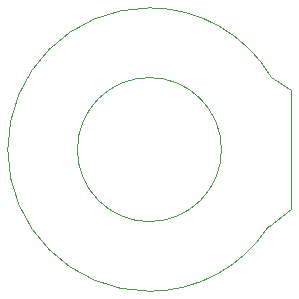
<source format=gbr>
%TF.GenerationSoftware,KiCad,Pcbnew,7.0.9-7.0.9~ubuntu23.04.1*%
%TF.CreationDate,2024-01-08T21:39:13+00:00*%
%TF.ProjectId,pedalboard-led-ring,70656461-6c62-46f6-9172-642d6c65642d,1.1.0-RC1*%
%TF.SameCoordinates,Original*%
%TF.FileFunction,Profile,NP*%
%FSLAX46Y46*%
G04 Gerber Fmt 4.6, Leading zero omitted, Abs format (unit mm)*
G04 Created by KiCad (PCBNEW 7.0.9-7.0.9~ubuntu23.04.1) date 2024-01-08 21:39:13*
%MOMM*%
%LPD*%
G01*
G04 APERTURE LIST*
%TA.AperFunction,Profile*%
%ADD10C,0.100000*%
%TD*%
G04 APERTURE END LIST*
D10*
X80000000Y-72000000D02*
G75*
G03*
X90062673Y-66537784I0J12000000D01*
G01*
X86100000Y-60000000D02*
G75*
G03*
X86100000Y-60000000I-6100000J0D01*
G01*
X92000000Y-55000000D02*
X92000000Y-65000000D01*
X80000000Y-48000000D02*
G75*
G03*
X80000000Y-72000000I0J-12000000D01*
G01*
X90062673Y-66537784D02*
X92000000Y-65000000D01*
X90327467Y-53889073D02*
G75*
G03*
X80000000Y-48000000I-10327467J-6110927D01*
G01*
X90327467Y-53889073D02*
X92000000Y-55000000D01*
M02*

</source>
